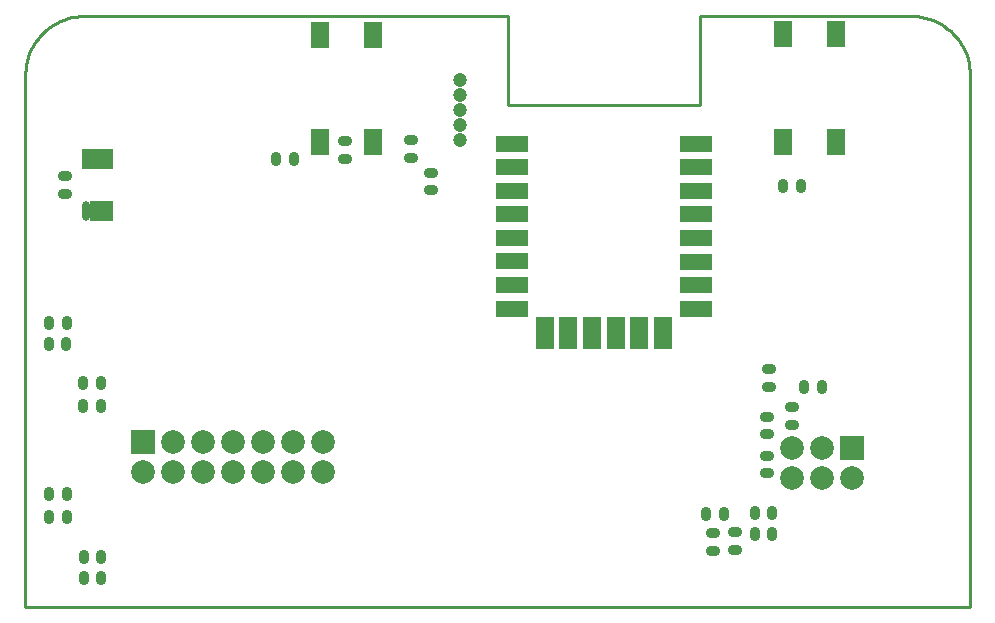
<source format=gts>
%FSDAX24Y24*%
%MOIN*%
%SFA1B1*%

%IPPOS*%
%AMD28*
4,1,8,0.021700,-0.005900,0.021700,0.005900,0.011800,0.015800,-0.011800,0.015800,-0.021700,0.005900,-0.021700,-0.005900,-0.011800,-0.015800,0.011800,-0.015800,0.021700,-0.005900,0.0*
1,1,0.019800,0.011800,-0.005900*
1,1,0.019800,0.011800,0.005900*
1,1,0.019800,-0.011800,0.005900*
1,1,0.019800,-0.011800,-0.005900*
%
%AMD31*
4,1,8,-0.005900,-0.021700,0.005900,-0.021700,0.015800,-0.011800,0.015800,0.011800,0.005900,0.021700,-0.005900,0.021700,-0.015800,0.011800,-0.015800,-0.011800,-0.005900,-0.021700,0.0*
1,1,0.019800,-0.005900,-0.011800*
1,1,0.019800,0.005900,-0.011800*
1,1,0.019800,0.005900,0.011800*
1,1,0.019800,-0.005900,0.011800*
%
%ADD21C,0.010000*%
G04~CAMADD=28~8~0.0~0.0~316.0~434.0~99.0~0.0~15~0.0~0.0~0.0~0.0~0~0.0~0.0~0.0~0.0~0~0.0~0.0~0.0~270.0~434.0~316.0*
%ADD28D28*%
%ADD29O,0.025700X0.065100*%
%ADD30R,0.025700X0.065100*%
G04~CAMADD=31~8~0.0~0.0~316.0~434.0~99.0~0.0~15~0.0~0.0~0.0~0.0~0~0.0~0.0~0.0~0.0~0~0.0~0.0~0.0~180.0~316.0~434.0*
%ADD31D31*%
%ADD32R,0.063100X0.090700*%
%ADD33R,0.108000X0.053000*%
%ADD34R,0.063000X0.108000*%
%ADD35C,0.078900*%
%ADD36R,0.078900X0.078900*%
%ADD37C,0.047400*%
%LNuppsense-1*%
%LPD*%
G54D21*
X039370Y037402D02*
D01*
X039365Y037539*
X039350Y037676*
X039326Y037811*
X039293Y037944*
X039251Y038075*
X039199Y038202*
X039139Y038326*
X039070Y038445*
X038993Y038559*
X038909Y038667*
X038817Y038769*
X038718Y038865*
X038613Y038953*
X038502Y039034*
X038385Y039107*
X038264Y039171*
X038138Y039227*
X038009Y039274*
X037877Y039312*
X037742Y039341*
X037606Y039360*
X037469Y039369*
X037402Y039370*
X009843D02*
D01*
X009705Y039365*
X009568Y039350*
X009433Y039326*
X009300Y039293*
X009169Y039251*
X009042Y039199*
X008918Y039139*
X008799Y039070*
X008685Y038993*
X008577Y038909*
X008475Y038817*
X008379Y038718*
X008291Y038613*
X008210Y038502*
X008137Y038385*
X008073Y038264*
X008017Y038138*
X007970Y038009*
X007932Y037877*
X007903Y037742*
X007884Y037606*
X007875Y037469*
X007874Y037402*
Y019685D02*
X039370D01*
X023976Y036417D02*
X030374D01*
X023976D02*
Y039370D01*
X030374Y036417D02*
Y039370D01*
X039370Y019685D02*
Y037402D01*
X030374Y039370D02*
X037402D01*
X007874Y019685D02*
Y037402D01*
X009843Y039370D02*
X023976D01*
G54D28*
X009213Y033445D03*
Y034035D03*
X032598Y024126D03*
Y024717D03*
X020748Y035236D03*
Y034646D03*
X021417Y034154D03*
Y033563D03*
X018543Y034606D03*
Y035197D03*
X033425Y026331D03*
Y025740D03*
X032598Y026016D03*
Y025425D03*
X031535Y022157D03*
Y021567D03*
X030787Y022138D03*
Y021547D03*
X032657Y027022D03*
Y027613D03*
G54D29*
X009902Y032874D03*
G54D30*
X010157Y032874D03*
X010413D03*
X010669D03*
Y034606D03*
X010413D03*
X010167D03*
X009911D03*
G54D31*
X008665Y029130D03*
X009255D03*
X008653Y028428D03*
X009244D03*
X008668Y023427D03*
X009259D03*
X008668Y022677D03*
X009259D03*
X009803Y026378D03*
X010394D03*
X009803Y027126D03*
X010394D03*
X009818Y020627D03*
X010409D03*
X009818Y021327D03*
X010409D03*
X030565Y022776D03*
X031156D03*
X033720Y033701D03*
X033130D03*
X016240Y034606D03*
X016831D03*
X032185Y022098D03*
X032776D03*
X032185Y022807D03*
X032776D03*
X033839Y027020D03*
X034429D03*
G54D32*
X017696Y038752D03*
X019468D03*
Y035170D03*
X017696D03*
X033130Y038760D03*
X034902D03*
Y035177D03*
X033130D03*
G54D33*
X024096Y035123D03*
Y034343D03*
Y033553D03*
Y032773D03*
Y031973D03*
Y031193D03*
Y030413D03*
Y029623D03*
X030246Y029613D03*
Y030403D03*
Y031183D03*
X030236Y031973D03*
Y032763D03*
Y033543D03*
Y035123D03*
Y034343D03*
G54D34*
X025196Y028803D03*
X025976D03*
X026756D03*
X027556D03*
X028336D03*
X029136D03*
G54D35*
X033433Y023972D03*
Y024972D03*
X034433Y023972D03*
Y024972D03*
X035433Y023972D03*
X017811Y025185D03*
Y024185D03*
X016811Y025185D03*
Y024185D03*
X011811D03*
X012811Y025185D03*
Y024185D03*
X013811Y025185D03*
Y024185D03*
X014811D03*
Y025185D03*
X015811Y024185D03*
Y025185D03*
G54D36*
X035433Y024972D03*
X011811Y025185D03*
G54D37*
X022362Y035248D03*
Y035748D03*
Y036248D03*
Y036748D03*
Y037248D03*
M02*
</source>
